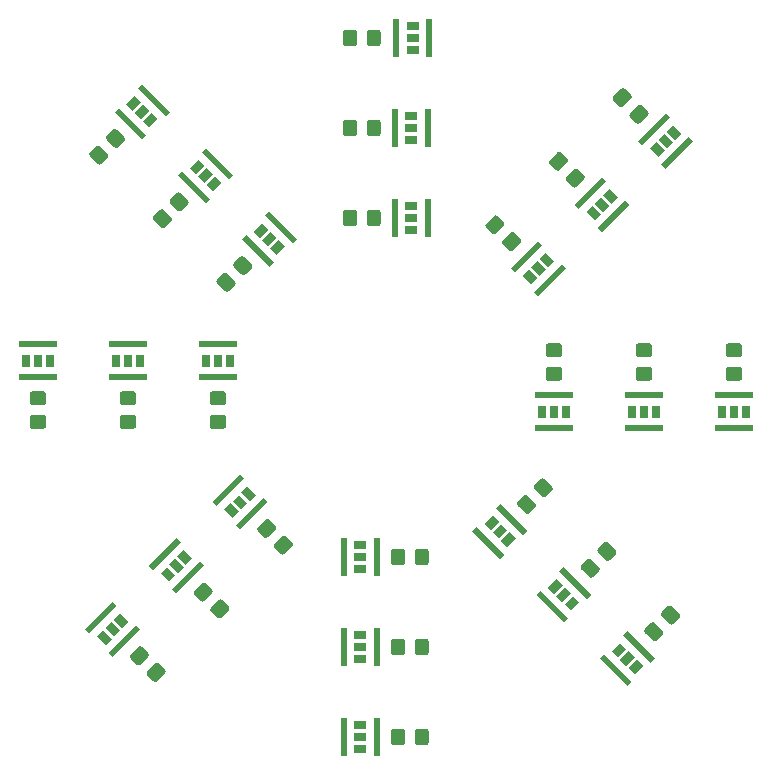
<source format=gbr>
%TF.GenerationSoftware,KiCad,Pcbnew,(5.1.9)-1*%
%TF.CreationDate,2025-04-10T23:46:23-06:00*%
%TF.ProjectId,LEDS,4c454453-2e6b-4696-9361-645f70636258,rev?*%
%TF.SameCoordinates,Original*%
%TF.FileFunction,Paste,Top*%
%TF.FilePolarity,Positive*%
%FSLAX46Y46*%
G04 Gerber Fmt 4.6, Leading zero omitted, Abs format (unit mm)*
G04 Created by KiCad (PCBNEW (5.1.9)-1) date 2025-04-10 23:46:23*
%MOMM*%
%LPD*%
G01*
G04 APERTURE LIST*
%ADD10R,3.300000X0.500000*%
%ADD11R,0.750000X1.010000*%
%ADD12C,0.100000*%
%ADD13R,1.010000X0.750000*%
%ADD14R,0.500000X3.300000*%
G04 APERTURE END LIST*
D10*
%TO.C,D9*%
X172974000Y-111249000D03*
X172974000Y-114049000D03*
D11*
X173974000Y-112649000D03*
X171974000Y-112649000D03*
X172974000Y-112649000D03*
%TD*%
D12*
%TO.C,D10*%
G36*
X168316188Y-123398575D02*
G01*
X167785858Y-122868245D01*
X168500036Y-122154067D01*
X169030366Y-122684397D01*
X168316188Y-123398575D01*
G37*
G36*
X167609081Y-122691468D02*
G01*
X167078751Y-122161138D01*
X167792929Y-121446960D01*
X168323259Y-121977290D01*
X167609081Y-122691468D01*
G37*
G36*
X169023295Y-124105682D02*
G01*
X168492965Y-123575352D01*
X169207143Y-122861174D01*
X169737473Y-123391504D01*
X169023295Y-124105682D01*
G37*
G36*
X168408112Y-125109773D02*
G01*
X166074660Y-122776321D01*
X166428214Y-122422767D01*
X168761666Y-124756219D01*
X168408112Y-125109773D01*
G37*
G36*
X170388010Y-123129875D02*
G01*
X168054558Y-120796423D01*
X168408112Y-120442869D01*
X170741564Y-122776321D01*
X170388010Y-123129875D01*
G37*
%TD*%
D13*
%TO.C,D11*%
X156591000Y-124968000D03*
X156591000Y-123968000D03*
X156591000Y-125968000D03*
D14*
X155191000Y-124968000D03*
X157991000Y-124968000D03*
%TD*%
D12*
%TO.C,D12*%
G36*
X145785129Y-120203391D02*
G01*
X146315459Y-119673061D01*
X147029637Y-120387239D01*
X146499307Y-120917569D01*
X145785129Y-120203391D01*
G37*
G36*
X146492236Y-119496284D02*
G01*
X147022566Y-118965954D01*
X147736744Y-119680132D01*
X147206414Y-120210462D01*
X146492236Y-119496284D01*
G37*
G36*
X145078022Y-120910498D02*
G01*
X145608352Y-120380168D01*
X146322530Y-121094346D01*
X145792200Y-121624676D01*
X145078022Y-120910498D01*
G37*
G36*
X144073931Y-120295315D02*
G01*
X146407383Y-117961863D01*
X146760937Y-118315417D01*
X144427485Y-120648869D01*
X144073931Y-120295315D01*
G37*
G36*
X146053829Y-122275213D02*
G01*
X148387281Y-119941761D01*
X148740835Y-120295315D01*
X146407383Y-122628767D01*
X146053829Y-122275213D01*
G37*
%TD*%
D10*
%TO.C,D13*%
X144526000Y-109731000D03*
X144526000Y-106931000D03*
D11*
X143526000Y-108331000D03*
X145526000Y-108331000D03*
X144526000Y-108331000D03*
%TD*%
D12*
%TO.C,D14*%
G36*
X146908930Y-97685972D02*
G01*
X149242382Y-100019424D01*
X148888828Y-100372978D01*
X146555376Y-98039526D01*
X146908930Y-97685972D01*
G37*
G36*
X148888828Y-95706074D02*
G01*
X151222280Y-98039526D01*
X150868726Y-98393080D01*
X148535274Y-96059628D01*
X148888828Y-95706074D01*
G37*
G36*
X148273645Y-96710165D02*
G01*
X148803975Y-97240495D01*
X148089797Y-97954673D01*
X147559467Y-97424343D01*
X148273645Y-96710165D01*
G37*
G36*
X149687859Y-98124379D02*
G01*
X150218189Y-98654709D01*
X149504011Y-99368887D01*
X148973681Y-98838557D01*
X149687859Y-98124379D01*
G37*
G36*
X148980752Y-97417272D02*
G01*
X149511082Y-97947602D01*
X148796904Y-98661780D01*
X148266574Y-98131450D01*
X148980752Y-97417272D01*
G37*
%TD*%
D14*
%TO.C,D15*%
X159509000Y-96266000D03*
X162309000Y-96266000D03*
D13*
X160909000Y-95266000D03*
X160909000Y-97266000D03*
X160909000Y-96266000D03*
%TD*%
D12*
%TO.C,D16*%
G36*
X172275932Y-100612455D02*
G01*
X171745602Y-101142785D01*
X171031424Y-100428607D01*
X171561754Y-99898277D01*
X172275932Y-100612455D01*
G37*
G36*
X171568825Y-101319562D02*
G01*
X171038495Y-101849892D01*
X170324317Y-101135714D01*
X170854647Y-100605384D01*
X171568825Y-101319562D01*
G37*
G36*
X172983039Y-99905348D02*
G01*
X172452709Y-100435678D01*
X171738531Y-99721500D01*
X172268861Y-99191170D01*
X172983039Y-99905348D01*
G37*
G36*
X173987130Y-100520531D02*
G01*
X171653678Y-102853983D01*
X171300124Y-102500429D01*
X173633576Y-100166977D01*
X173987130Y-100520531D01*
G37*
G36*
X172007232Y-98540633D02*
G01*
X169673780Y-100874085D01*
X169320226Y-100520531D01*
X171653678Y-98187079D01*
X172007232Y-98540633D01*
G37*
%TD*%
D11*
%TO.C,D25*%
X180594000Y-112649000D03*
X179594000Y-112649000D03*
X181594000Y-112649000D03*
D10*
X180594000Y-114049000D03*
X180594000Y-111249000D03*
%TD*%
D12*
%TO.C,D26*%
G36*
X175776163Y-128518029D02*
G01*
X173442711Y-126184577D01*
X173796265Y-125831023D01*
X176129717Y-128164475D01*
X175776163Y-128518029D01*
G37*
G36*
X173796265Y-130497927D02*
G01*
X171462813Y-128164475D01*
X171816367Y-127810921D01*
X174149819Y-130144373D01*
X173796265Y-130497927D01*
G37*
G36*
X174411448Y-129493836D02*
G01*
X173881118Y-128963506D01*
X174595296Y-128249328D01*
X175125626Y-128779658D01*
X174411448Y-129493836D01*
G37*
G36*
X172997234Y-128079622D02*
G01*
X172466904Y-127549292D01*
X173181082Y-126835114D01*
X173711412Y-127365444D01*
X172997234Y-128079622D01*
G37*
G36*
X173704341Y-128786729D02*
G01*
X173174011Y-128256399D01*
X173888189Y-127542221D01*
X174418519Y-128072551D01*
X173704341Y-128786729D01*
G37*
%TD*%
D14*
%TO.C,D27*%
X157991000Y-132588000D03*
X155191000Y-132588000D03*
D13*
X156591000Y-133588000D03*
X156591000Y-131588000D03*
X156591000Y-132588000D03*
%TD*%
D12*
%TO.C,D28*%
G36*
X140396975Y-125591545D02*
G01*
X140927305Y-125061215D01*
X141641483Y-125775393D01*
X141111153Y-126305723D01*
X140396975Y-125591545D01*
G37*
G36*
X141104082Y-124884438D02*
G01*
X141634412Y-124354108D01*
X142348590Y-125068286D01*
X141818260Y-125598616D01*
X141104082Y-124884438D01*
G37*
G36*
X139689868Y-126298652D02*
G01*
X140220198Y-125768322D01*
X140934376Y-126482500D01*
X140404046Y-127012830D01*
X139689868Y-126298652D01*
G37*
G36*
X138685777Y-125683469D02*
G01*
X141019229Y-123350017D01*
X141372783Y-123703571D01*
X139039331Y-126037023D01*
X138685777Y-125683469D01*
G37*
G36*
X140665675Y-127663367D02*
G01*
X142999127Y-125329915D01*
X143352681Y-125683469D01*
X141019229Y-128016921D01*
X140665675Y-127663367D01*
G37*
%TD*%
D10*
%TO.C,D29*%
X136906000Y-109731000D03*
X136906000Y-106931000D03*
D11*
X135906000Y-108331000D03*
X137906000Y-108331000D03*
X136906000Y-108331000D03*
%TD*%
D12*
%TO.C,D30*%
G36*
X141520776Y-92297818D02*
G01*
X143854228Y-94631270D01*
X143500674Y-94984824D01*
X141167222Y-92651372D01*
X141520776Y-92297818D01*
G37*
G36*
X143500674Y-90317920D02*
G01*
X145834126Y-92651372D01*
X145480572Y-93004926D01*
X143147120Y-90671474D01*
X143500674Y-90317920D01*
G37*
G36*
X142885491Y-91322011D02*
G01*
X143415821Y-91852341D01*
X142701643Y-92566519D01*
X142171313Y-92036189D01*
X142885491Y-91322011D01*
G37*
G36*
X144299705Y-92736225D02*
G01*
X144830035Y-93266555D01*
X144115857Y-93980733D01*
X143585527Y-93450403D01*
X144299705Y-92736225D01*
G37*
G36*
X143592598Y-92029118D02*
G01*
X144122928Y-92559448D01*
X143408750Y-93273626D01*
X142878420Y-92743296D01*
X143592598Y-92029118D01*
G37*
%TD*%
D13*
%TO.C,D31*%
X160909000Y-88646000D03*
X160909000Y-89646000D03*
X160909000Y-87646000D03*
D14*
X162309000Y-88646000D03*
X159509000Y-88646000D03*
%TD*%
D12*
%TO.C,D32*%
G36*
X177395386Y-93152480D02*
G01*
X175061934Y-95485932D01*
X174708380Y-95132378D01*
X177041832Y-92798926D01*
X177395386Y-93152480D01*
G37*
G36*
X179375284Y-95132378D02*
G01*
X177041832Y-97465830D01*
X176688278Y-97112276D01*
X179021730Y-94778824D01*
X179375284Y-95132378D01*
G37*
G36*
X178371193Y-94517195D02*
G01*
X177840863Y-95047525D01*
X177126685Y-94333347D01*
X177657015Y-93803017D01*
X178371193Y-94517195D01*
G37*
G36*
X176956979Y-95931409D02*
G01*
X176426649Y-96461739D01*
X175712471Y-95747561D01*
X176242801Y-95217231D01*
X176956979Y-95931409D01*
G37*
G36*
X177664086Y-95224302D02*
G01*
X177133756Y-95754632D01*
X176419578Y-95040454D01*
X176949908Y-94510124D01*
X177664086Y-95224302D01*
G37*
%TD*%
D11*
%TO.C,D41*%
X188214000Y-112649000D03*
X187214000Y-112649000D03*
X189214000Y-112649000D03*
D10*
X188214000Y-114049000D03*
X188214000Y-111249000D03*
%TD*%
D12*
%TO.C,D42*%
G36*
X181166438Y-133904061D02*
G01*
X178832986Y-131570609D01*
X179186540Y-131217055D01*
X181519992Y-133550507D01*
X181166438Y-133904061D01*
G37*
G36*
X179186540Y-135883959D02*
G01*
X176853088Y-133550507D01*
X177206642Y-133196953D01*
X179540094Y-135530405D01*
X179186540Y-135883959D01*
G37*
G36*
X179801723Y-134879868D02*
G01*
X179271393Y-134349538D01*
X179985571Y-133635360D01*
X180515901Y-134165690D01*
X179801723Y-134879868D01*
G37*
G36*
X178387509Y-133465654D02*
G01*
X177857179Y-132935324D01*
X178571357Y-132221146D01*
X179101687Y-132751476D01*
X178387509Y-133465654D01*
G37*
G36*
X179094616Y-134172761D02*
G01*
X178564286Y-133642431D01*
X179278464Y-132928253D01*
X179808794Y-133458583D01*
X179094616Y-134172761D01*
G37*
%TD*%
D13*
%TO.C,D43*%
X156594000Y-140208000D03*
X156594000Y-139208000D03*
X156594000Y-141208000D03*
D14*
X155194000Y-140208000D03*
X157994000Y-140208000D03*
%TD*%
D12*
%TO.C,D44*%
G36*
X135006700Y-130977577D02*
G01*
X135537030Y-130447247D01*
X136251208Y-131161425D01*
X135720878Y-131691755D01*
X135006700Y-130977577D01*
G37*
G36*
X135713807Y-130270470D02*
G01*
X136244137Y-129740140D01*
X136958315Y-130454318D01*
X136427985Y-130984648D01*
X135713807Y-130270470D01*
G37*
G36*
X134299593Y-131684684D02*
G01*
X134829923Y-131154354D01*
X135544101Y-131868532D01*
X135013771Y-132398862D01*
X134299593Y-131684684D01*
G37*
G36*
X133295502Y-131069501D02*
G01*
X135628954Y-128736049D01*
X135982508Y-129089603D01*
X133649056Y-131423055D01*
X133295502Y-131069501D01*
G37*
G36*
X135275400Y-133049399D02*
G01*
X137608852Y-130715947D01*
X137962406Y-131069501D01*
X135628954Y-133402953D01*
X135275400Y-133049399D01*
G37*
%TD*%
D11*
%TO.C,D45*%
X129286000Y-108328000D03*
X130286000Y-108328000D03*
X128286000Y-108328000D03*
D10*
X129286000Y-106928000D03*
X129286000Y-109728000D03*
%TD*%
D12*
%TO.C,D46*%
G36*
X136134744Y-86907543D02*
G01*
X138468196Y-89240995D01*
X138114642Y-89594549D01*
X135781190Y-87261097D01*
X136134744Y-86907543D01*
G37*
G36*
X138114642Y-84927645D02*
G01*
X140448094Y-87261097D01*
X140094540Y-87614651D01*
X137761088Y-85281199D01*
X138114642Y-84927645D01*
G37*
G36*
X137499459Y-85931736D02*
G01*
X138029789Y-86462066D01*
X137315611Y-87176244D01*
X136785281Y-86645914D01*
X137499459Y-85931736D01*
G37*
G36*
X138913673Y-87345950D02*
G01*
X139444003Y-87876280D01*
X138729825Y-88590458D01*
X138199495Y-88060128D01*
X138913673Y-87345950D01*
G37*
G36*
X138206566Y-86638843D02*
G01*
X138736896Y-87169173D01*
X138022718Y-87883351D01*
X137492388Y-87353021D01*
X138206566Y-86638843D01*
G37*
%TD*%
D13*
%TO.C,D47*%
X161036000Y-81026000D03*
X161036000Y-82026000D03*
X161036000Y-80026000D03*
D14*
X162436000Y-81026000D03*
X159636000Y-81026000D03*
%TD*%
D12*
%TO.C,D48*%
G36*
X182783539Y-87764326D02*
G01*
X180450087Y-90097778D01*
X180096533Y-89744224D01*
X182429985Y-87410772D01*
X182783539Y-87764326D01*
G37*
G36*
X184763437Y-89744224D02*
G01*
X182429985Y-92077676D01*
X182076431Y-91724122D01*
X184409883Y-89390670D01*
X184763437Y-89744224D01*
G37*
G36*
X183759346Y-89129041D02*
G01*
X183229016Y-89659371D01*
X182514838Y-88945193D01*
X183045168Y-88414863D01*
X183759346Y-89129041D01*
G37*
G36*
X182345132Y-90543255D02*
G01*
X181814802Y-91073585D01*
X181100624Y-90359407D01*
X181630954Y-89829077D01*
X182345132Y-90543255D01*
G37*
G36*
X183052239Y-89836148D02*
G01*
X182521909Y-90366478D01*
X181807731Y-89652300D01*
X182338061Y-89121970D01*
X183052239Y-89836148D01*
G37*
%TD*%
%TO.C,R1*%
G36*
G01*
X172523999Y-108858000D02*
X173424001Y-108858000D01*
G75*
G02*
X173674000Y-109107999I0J-249999D01*
G01*
X173674000Y-109808001D01*
G75*
G02*
X173424001Y-110058000I-249999J0D01*
G01*
X172523999Y-110058000D01*
G75*
G02*
X172274000Y-109808001I0J249999D01*
G01*
X172274000Y-109107999D01*
G75*
G02*
X172523999Y-108858000I249999J0D01*
G01*
G37*
G36*
G01*
X172523999Y-106858000D02*
X173424001Y-106858000D01*
G75*
G02*
X173674000Y-107107999I0J-249999D01*
G01*
X173674000Y-107808001D01*
G75*
G02*
X173424001Y-108058000I-249999J0D01*
G01*
X172523999Y-108058000D01*
G75*
G02*
X172274000Y-107808001I0J249999D01*
G01*
X172274000Y-107107999D01*
G75*
G02*
X172523999Y-106858000I249999J0D01*
G01*
G37*
%TD*%
%TO.C,R2*%
G36*
G01*
X172184768Y-118363267D02*
X172821166Y-118999665D01*
G75*
G02*
X172821166Y-119353217I-176776J-176776D01*
G01*
X172326190Y-119848193D01*
G75*
G02*
X171972638Y-119848193I-176776J176776D01*
G01*
X171336240Y-119211795D01*
G75*
G02*
X171336240Y-118858243I176776J176776D01*
G01*
X171831216Y-118363267D01*
G75*
G02*
X172184768Y-118363267I176776J-176776D01*
G01*
G37*
G36*
G01*
X170770554Y-119777481D02*
X171406952Y-120413879D01*
G75*
G02*
X171406952Y-120767431I-176776J-176776D01*
G01*
X170911976Y-121262407D01*
G75*
G02*
X170558424Y-121262407I-176776J176776D01*
G01*
X169922026Y-120626009D01*
G75*
G02*
X169922026Y-120272457I176776J176776D01*
G01*
X170417002Y-119777481D01*
G75*
G02*
X170770554Y-119777481I176776J-176776D01*
G01*
G37*
%TD*%
%TO.C,R3*%
G36*
G01*
X160382000Y-124517999D02*
X160382000Y-125418001D01*
G75*
G02*
X160132001Y-125668000I-249999J0D01*
G01*
X159431999Y-125668000D01*
G75*
G02*
X159182000Y-125418001I0J249999D01*
G01*
X159182000Y-124517999D01*
G75*
G02*
X159431999Y-124268000I249999J0D01*
G01*
X160132001Y-124268000D01*
G75*
G02*
X160382000Y-124517999I0J-249999D01*
G01*
G37*
G36*
G01*
X162382000Y-124517999D02*
X162382000Y-125418001D01*
G75*
G02*
X162132001Y-125668000I-249999J0D01*
G01*
X161431999Y-125668000D01*
G75*
G02*
X161182000Y-125418001I0J249999D01*
G01*
X161182000Y-124517999D01*
G75*
G02*
X161431999Y-124268000I249999J0D01*
G01*
X162132001Y-124268000D01*
G75*
G02*
X162382000Y-124517999I0J-249999D01*
G01*
G37*
%TD*%
%TO.C,R4*%
G36*
G01*
X149406223Y-122657758D02*
X148769825Y-123294156D01*
G75*
G02*
X148416273Y-123294156I-176776J176776D01*
G01*
X147921297Y-122799180D01*
G75*
G02*
X147921297Y-122445628I176776J176776D01*
G01*
X148557695Y-121809230D01*
G75*
G02*
X148911247Y-121809230I176776J-176776D01*
G01*
X149406223Y-122304206D01*
G75*
G02*
X149406223Y-122657758I-176776J-176776D01*
G01*
G37*
G36*
G01*
X150820437Y-124071972D02*
X150184039Y-124708370D01*
G75*
G02*
X149830487Y-124708370I-176776J176776D01*
G01*
X149335511Y-124213394D01*
G75*
G02*
X149335511Y-123859842I176776J176776D01*
G01*
X149971909Y-123223444D01*
G75*
G02*
X150325461Y-123223444I176776J-176776D01*
G01*
X150820437Y-123718420D01*
G75*
G02*
X150820437Y-124071972I-176776J-176776D01*
G01*
G37*
%TD*%
%TO.C,R5*%
G36*
G01*
X144976001Y-114122000D02*
X144075999Y-114122000D01*
G75*
G02*
X143826000Y-113872001I0J249999D01*
G01*
X143826000Y-113171999D01*
G75*
G02*
X144075999Y-112922000I249999J0D01*
G01*
X144976001Y-112922000D01*
G75*
G02*
X145226000Y-113171999I0J-249999D01*
G01*
X145226000Y-113872001D01*
G75*
G02*
X144976001Y-114122000I-249999J0D01*
G01*
G37*
G36*
G01*
X144976001Y-112122000D02*
X144075999Y-112122000D01*
G75*
G02*
X143826000Y-111872001I0J249999D01*
G01*
X143826000Y-111171999D01*
G75*
G02*
X144075999Y-110922000I249999J0D01*
G01*
X144976001Y-110922000D01*
G75*
G02*
X145226000Y-111171999I0J-249999D01*
G01*
X145226000Y-111872001D01*
G75*
G02*
X144976001Y-112122000I-249999J0D01*
G01*
G37*
%TD*%
%TO.C,R6*%
G36*
G01*
X146526385Y-101038366D02*
X145889987Y-100401968D01*
G75*
G02*
X145889987Y-100048416I176776J176776D01*
G01*
X146384963Y-99553440D01*
G75*
G02*
X146738515Y-99553440I176776J-176776D01*
G01*
X147374913Y-100189838D01*
G75*
G02*
X147374913Y-100543390I-176776J-176776D01*
G01*
X146879937Y-101038366D01*
G75*
G02*
X146526385Y-101038366I-176776J176776D01*
G01*
G37*
G36*
G01*
X145112171Y-102452580D02*
X144475773Y-101816182D01*
G75*
G02*
X144475773Y-101462630I176776J176776D01*
G01*
X144970749Y-100967654D01*
G75*
G02*
X145324301Y-100967654I176776J-176776D01*
G01*
X145960699Y-101604052D01*
G75*
G02*
X145960699Y-101957604I-176776J-176776D01*
G01*
X145465723Y-102452580D01*
G75*
G02*
X145112171Y-102452580I-176776J176776D01*
G01*
G37*
%TD*%
%TO.C,R7*%
G36*
G01*
X155118000Y-96716001D02*
X155118000Y-95815999D01*
G75*
G02*
X155367999Y-95566000I249999J0D01*
G01*
X156068001Y-95566000D01*
G75*
G02*
X156318000Y-95815999I0J-249999D01*
G01*
X156318000Y-96716001D01*
G75*
G02*
X156068001Y-96966000I-249999J0D01*
G01*
X155367999Y-96966000D01*
G75*
G02*
X155118000Y-96716001I0J249999D01*
G01*
G37*
G36*
G01*
X157118000Y-96716001D02*
X157118000Y-95815999D01*
G75*
G02*
X157367999Y-95566000I249999J0D01*
G01*
X158068001Y-95566000D01*
G75*
G02*
X158318000Y-95815999I0J-249999D01*
G01*
X158318000Y-96716001D01*
G75*
G02*
X158068001Y-96966000I-249999J0D01*
G01*
X157367999Y-96966000D01*
G75*
G02*
X157118000Y-96716001I0J249999D01*
G01*
G37*
%TD*%
%TO.C,R8*%
G36*
G01*
X167240624Y-96743875D02*
X167877022Y-96107477D01*
G75*
G02*
X168230574Y-96107477I176776J-176776D01*
G01*
X168725550Y-96602453D01*
G75*
G02*
X168725550Y-96956005I-176776J-176776D01*
G01*
X168089152Y-97592403D01*
G75*
G02*
X167735600Y-97592403I-176776J176776D01*
G01*
X167240624Y-97097427D01*
G75*
G02*
X167240624Y-96743875I176776J176776D01*
G01*
G37*
G36*
G01*
X168654838Y-98158089D02*
X169291236Y-97521691D01*
G75*
G02*
X169644788Y-97521691I176776J-176776D01*
G01*
X170139764Y-98016667D01*
G75*
G02*
X170139764Y-98370219I-176776J-176776D01*
G01*
X169503366Y-99006617D01*
G75*
G02*
X169149814Y-99006617I-176776J176776D01*
G01*
X168654838Y-98511641D01*
G75*
G02*
X168654838Y-98158089I176776J176776D01*
G01*
G37*
%TD*%
%TO.C,R9*%
G36*
G01*
X180143999Y-108858000D02*
X181044001Y-108858000D01*
G75*
G02*
X181294000Y-109107999I0J-249999D01*
G01*
X181294000Y-109808001D01*
G75*
G02*
X181044001Y-110058000I-249999J0D01*
G01*
X180143999Y-110058000D01*
G75*
G02*
X179894000Y-109808001I0J249999D01*
G01*
X179894000Y-109107999D01*
G75*
G02*
X180143999Y-108858000I249999J0D01*
G01*
G37*
G36*
G01*
X180143999Y-106858000D02*
X181044001Y-106858000D01*
G75*
G02*
X181294000Y-107107999I0J-249999D01*
G01*
X181294000Y-107808001D01*
G75*
G02*
X181044001Y-108058000I-249999J0D01*
G01*
X180143999Y-108058000D01*
G75*
G02*
X179894000Y-107808001I0J249999D01*
G01*
X179894000Y-107107999D01*
G75*
G02*
X180143999Y-106858000I249999J0D01*
G01*
G37*
%TD*%
%TO.C,R10*%
G36*
G01*
X176158708Y-125165634D02*
X176795106Y-125802032D01*
G75*
G02*
X176795106Y-126155584I-176776J-176776D01*
G01*
X176300130Y-126650560D01*
G75*
G02*
X175946578Y-126650560I-176776J176776D01*
G01*
X175310180Y-126014162D01*
G75*
G02*
X175310180Y-125660610I176776J176776D01*
G01*
X175805156Y-125165634D01*
G75*
G02*
X176158708Y-125165634I176776J-176776D01*
G01*
G37*
G36*
G01*
X177572922Y-123751420D02*
X178209320Y-124387818D01*
G75*
G02*
X178209320Y-124741370I-176776J-176776D01*
G01*
X177714344Y-125236346D01*
G75*
G02*
X177360792Y-125236346I-176776J176776D01*
G01*
X176724394Y-124599948D01*
G75*
G02*
X176724394Y-124246396I176776J176776D01*
G01*
X177219370Y-123751420D01*
G75*
G02*
X177572922Y-123751420I176776J-176776D01*
G01*
G37*
%TD*%
%TO.C,R11*%
G36*
G01*
X160382000Y-132137999D02*
X160382000Y-133038001D01*
G75*
G02*
X160132001Y-133288000I-249999J0D01*
G01*
X159431999Y-133288000D01*
G75*
G02*
X159182000Y-133038001I0J249999D01*
G01*
X159182000Y-132137999D01*
G75*
G02*
X159431999Y-131888000I249999J0D01*
G01*
X160132001Y-131888000D01*
G75*
G02*
X160382000Y-132137999I0J-249999D01*
G01*
G37*
G36*
G01*
X162382000Y-132137999D02*
X162382000Y-133038001D01*
G75*
G02*
X162132001Y-133288000I-249999J0D01*
G01*
X161431999Y-133288000D01*
G75*
G02*
X161182000Y-133038001I0J249999D01*
G01*
X161182000Y-132137999D01*
G75*
G02*
X161431999Y-131888000I249999J0D01*
G01*
X162132001Y-131888000D01*
G75*
G02*
X162382000Y-132137999I0J-249999D01*
G01*
G37*
%TD*%
%TO.C,R12*%
G36*
G01*
X145432283Y-129460125D02*
X144795885Y-130096523D01*
G75*
G02*
X144442333Y-130096523I-176776J176776D01*
G01*
X143947357Y-129601547D01*
G75*
G02*
X143947357Y-129247995I176776J176776D01*
G01*
X144583755Y-128611597D01*
G75*
G02*
X144937307Y-128611597I176776J-176776D01*
G01*
X145432283Y-129106573D01*
G75*
G02*
X145432283Y-129460125I-176776J-176776D01*
G01*
G37*
G36*
G01*
X144018069Y-128045911D02*
X143381671Y-128682309D01*
G75*
G02*
X143028119Y-128682309I-176776J176776D01*
G01*
X142533143Y-128187333D01*
G75*
G02*
X142533143Y-127833781I176776J176776D01*
G01*
X143169541Y-127197383D01*
G75*
G02*
X143523093Y-127197383I176776J-176776D01*
G01*
X144018069Y-127692359D01*
G75*
G02*
X144018069Y-128045911I-176776J-176776D01*
G01*
G37*
%TD*%
%TO.C,R13*%
G36*
G01*
X137356001Y-112122000D02*
X136455999Y-112122000D01*
G75*
G02*
X136206000Y-111872001I0J249999D01*
G01*
X136206000Y-111171999D01*
G75*
G02*
X136455999Y-110922000I249999J0D01*
G01*
X137356001Y-110922000D01*
G75*
G02*
X137606000Y-111171999I0J-249999D01*
G01*
X137606000Y-111872001D01*
G75*
G02*
X137356001Y-112122000I-249999J0D01*
G01*
G37*
G36*
G01*
X137356001Y-114122000D02*
X136455999Y-114122000D01*
G75*
G02*
X136206000Y-113872001I0J249999D01*
G01*
X136206000Y-113171999D01*
G75*
G02*
X136455999Y-112922000I249999J0D01*
G01*
X137356001Y-112922000D01*
G75*
G02*
X137606000Y-113171999I0J-249999D01*
G01*
X137606000Y-113872001D01*
G75*
G02*
X137356001Y-114122000I-249999J0D01*
G01*
G37*
%TD*%
%TO.C,R14*%
G36*
G01*
X139724018Y-97064426D02*
X139087620Y-96428028D01*
G75*
G02*
X139087620Y-96074476I176776J176776D01*
G01*
X139582596Y-95579500D01*
G75*
G02*
X139936148Y-95579500I176776J-176776D01*
G01*
X140572546Y-96215898D01*
G75*
G02*
X140572546Y-96569450I-176776J-176776D01*
G01*
X140077570Y-97064426D01*
G75*
G02*
X139724018Y-97064426I-176776J176776D01*
G01*
G37*
G36*
G01*
X141138232Y-95650212D02*
X140501834Y-95013814D01*
G75*
G02*
X140501834Y-94660262I176776J176776D01*
G01*
X140996810Y-94165286D01*
G75*
G02*
X141350362Y-94165286I176776J-176776D01*
G01*
X141986760Y-94801684D01*
G75*
G02*
X141986760Y-95155236I-176776J-176776D01*
G01*
X141491784Y-95650212D01*
G75*
G02*
X141138232Y-95650212I-176776J176776D01*
G01*
G37*
%TD*%
%TO.C,R15*%
G36*
G01*
X155118000Y-89096001D02*
X155118000Y-88195999D01*
G75*
G02*
X155367999Y-87946000I249999J0D01*
G01*
X156068001Y-87946000D01*
G75*
G02*
X156318000Y-88195999I0J-249999D01*
G01*
X156318000Y-89096001D01*
G75*
G02*
X156068001Y-89346000I-249999J0D01*
G01*
X155367999Y-89346000D01*
G75*
G02*
X155118000Y-89096001I0J249999D01*
G01*
G37*
G36*
G01*
X157118000Y-89096001D02*
X157118000Y-88195999D01*
G75*
G02*
X157367999Y-87946000I249999J0D01*
G01*
X158068001Y-87946000D01*
G75*
G02*
X158318000Y-88195999I0J-249999D01*
G01*
X158318000Y-89096001D01*
G75*
G02*
X158068001Y-89346000I-249999J0D01*
G01*
X157367999Y-89346000D01*
G75*
G02*
X157118000Y-89096001I0J249999D01*
G01*
G37*
%TD*%
%TO.C,R16*%
G36*
G01*
X174042991Y-92769935D02*
X174679389Y-92133537D01*
G75*
G02*
X175032941Y-92133537I176776J-176776D01*
G01*
X175527917Y-92628513D01*
G75*
G02*
X175527917Y-92982065I-176776J-176776D01*
G01*
X174891519Y-93618463D01*
G75*
G02*
X174537967Y-93618463I-176776J176776D01*
G01*
X174042991Y-93123487D01*
G75*
G02*
X174042991Y-92769935I176776J176776D01*
G01*
G37*
G36*
G01*
X172628777Y-91355721D02*
X173265175Y-90719323D01*
G75*
G02*
X173618727Y-90719323I176776J-176776D01*
G01*
X174113703Y-91214299D01*
G75*
G02*
X174113703Y-91567851I-176776J-176776D01*
G01*
X173477305Y-92204249D01*
G75*
G02*
X173123753Y-92204249I-176776J176776D01*
G01*
X172628777Y-91709273D01*
G75*
G02*
X172628777Y-91355721I176776J176776D01*
G01*
G37*
%TD*%
%TO.C,R17*%
G36*
G01*
X187763999Y-108858000D02*
X188664001Y-108858000D01*
G75*
G02*
X188914000Y-109107999I0J-249999D01*
G01*
X188914000Y-109808001D01*
G75*
G02*
X188664001Y-110058000I-249999J0D01*
G01*
X187763999Y-110058000D01*
G75*
G02*
X187514000Y-109808001I0J249999D01*
G01*
X187514000Y-109107999D01*
G75*
G02*
X187763999Y-108858000I249999J0D01*
G01*
G37*
G36*
G01*
X187763999Y-106858000D02*
X188664001Y-106858000D01*
G75*
G02*
X188914000Y-107107999I0J-249999D01*
G01*
X188914000Y-107808001D01*
G75*
G02*
X188664001Y-108058000I-249999J0D01*
G01*
X187763999Y-108058000D01*
G75*
G02*
X187514000Y-107808001I0J249999D01*
G01*
X187514000Y-107107999D01*
G75*
G02*
X187763999Y-106858000I249999J0D01*
G01*
G37*
%TD*%
%TO.C,R18*%
G36*
G01*
X182961075Y-129139574D02*
X183597473Y-129775972D01*
G75*
G02*
X183597473Y-130129524I-176776J-176776D01*
G01*
X183102497Y-130624500D01*
G75*
G02*
X182748945Y-130624500I-176776J176776D01*
G01*
X182112547Y-129988102D01*
G75*
G02*
X182112547Y-129634550I176776J176776D01*
G01*
X182607523Y-129139574D01*
G75*
G02*
X182961075Y-129139574I176776J-176776D01*
G01*
G37*
G36*
G01*
X181546861Y-130553788D02*
X182183259Y-131190186D01*
G75*
G02*
X182183259Y-131543738I-176776J-176776D01*
G01*
X181688283Y-132038714D01*
G75*
G02*
X181334731Y-132038714I-176776J176776D01*
G01*
X180698333Y-131402316D01*
G75*
G02*
X180698333Y-131048764I176776J176776D01*
G01*
X181193309Y-130553788D01*
G75*
G02*
X181546861Y-130553788I176776J-176776D01*
G01*
G37*
%TD*%
%TO.C,R19*%
G36*
G01*
X160382000Y-139757999D02*
X160382000Y-140658001D01*
G75*
G02*
X160132001Y-140908000I-249999J0D01*
G01*
X159431999Y-140908000D01*
G75*
G02*
X159182000Y-140658001I0J249999D01*
G01*
X159182000Y-139757999D01*
G75*
G02*
X159431999Y-139508000I249999J0D01*
G01*
X160132001Y-139508000D01*
G75*
G02*
X160382000Y-139757999I0J-249999D01*
G01*
G37*
G36*
G01*
X162382000Y-139757999D02*
X162382000Y-140658001D01*
G75*
G02*
X162132001Y-140908000I-249999J0D01*
G01*
X161431999Y-140908000D01*
G75*
G02*
X161182000Y-140658001I0J249999D01*
G01*
X161182000Y-139757999D01*
G75*
G02*
X161431999Y-139508000I249999J0D01*
G01*
X162132001Y-139508000D01*
G75*
G02*
X162382000Y-139757999I0J-249999D01*
G01*
G37*
%TD*%
%TO.C,R20*%
G36*
G01*
X140044130Y-134848279D02*
X139407732Y-135484677D01*
G75*
G02*
X139054180Y-135484677I-176776J176776D01*
G01*
X138559204Y-134989701D01*
G75*
G02*
X138559204Y-134636149I176776J176776D01*
G01*
X139195602Y-133999751D01*
G75*
G02*
X139549154Y-133999751I176776J-176776D01*
G01*
X140044130Y-134494727D01*
G75*
G02*
X140044130Y-134848279I-176776J-176776D01*
G01*
G37*
G36*
G01*
X138629916Y-133434065D02*
X137993518Y-134070463D01*
G75*
G02*
X137639966Y-134070463I-176776J176776D01*
G01*
X137144990Y-133575487D01*
G75*
G02*
X137144990Y-133221935I176776J176776D01*
G01*
X137781388Y-132585537D01*
G75*
G02*
X138134940Y-132585537I176776J-176776D01*
G01*
X138629916Y-133080513D01*
G75*
G02*
X138629916Y-133434065I-176776J-176776D01*
G01*
G37*
%TD*%
%TO.C,R21*%
G36*
G01*
X129736001Y-114122000D02*
X128835999Y-114122000D01*
G75*
G02*
X128586000Y-113872001I0J249999D01*
G01*
X128586000Y-113171999D01*
G75*
G02*
X128835999Y-112922000I249999J0D01*
G01*
X129736001Y-112922000D01*
G75*
G02*
X129986000Y-113171999I0J-249999D01*
G01*
X129986000Y-113872001D01*
G75*
G02*
X129736001Y-114122000I-249999J0D01*
G01*
G37*
G36*
G01*
X129736001Y-112122000D02*
X128835999Y-112122000D01*
G75*
G02*
X128586000Y-111872001I0J249999D01*
G01*
X128586000Y-111171999D01*
G75*
G02*
X128835999Y-110922000I249999J0D01*
G01*
X129736001Y-110922000D01*
G75*
G02*
X129986000Y-111171999I0J-249999D01*
G01*
X129986000Y-111872001D01*
G75*
G02*
X129736001Y-112122000I-249999J0D01*
G01*
G37*
%TD*%
%TO.C,R22*%
G36*
G01*
X135750078Y-90262059D02*
X135113680Y-89625661D01*
G75*
G02*
X135113680Y-89272109I176776J176776D01*
G01*
X135608656Y-88777133D01*
G75*
G02*
X135962208Y-88777133I176776J-176776D01*
G01*
X136598606Y-89413531D01*
G75*
G02*
X136598606Y-89767083I-176776J-176776D01*
G01*
X136103630Y-90262059D01*
G75*
G02*
X135750078Y-90262059I-176776J176776D01*
G01*
G37*
G36*
G01*
X134335864Y-91676273D02*
X133699466Y-91039875D01*
G75*
G02*
X133699466Y-90686323I176776J176776D01*
G01*
X134194442Y-90191347D01*
G75*
G02*
X134547994Y-90191347I176776J-176776D01*
G01*
X135184392Y-90827745D01*
G75*
G02*
X135184392Y-91181297I-176776J-176776D01*
G01*
X134689416Y-91676273D01*
G75*
G02*
X134335864Y-91676273I-176776J176776D01*
G01*
G37*
%TD*%
%TO.C,R23*%
G36*
G01*
X155118000Y-81476001D02*
X155118000Y-80575999D01*
G75*
G02*
X155367999Y-80326000I249999J0D01*
G01*
X156068001Y-80326000D01*
G75*
G02*
X156318000Y-80575999I0J-249999D01*
G01*
X156318000Y-81476001D01*
G75*
G02*
X156068001Y-81726000I-249999J0D01*
G01*
X155367999Y-81726000D01*
G75*
G02*
X155118000Y-81476001I0J249999D01*
G01*
G37*
G36*
G01*
X157118000Y-81476001D02*
X157118000Y-80575999D01*
G75*
G02*
X157367999Y-80326000I249999J0D01*
G01*
X158068001Y-80326000D01*
G75*
G02*
X158318000Y-80575999I0J-249999D01*
G01*
X158318000Y-81476001D01*
G75*
G02*
X158068001Y-81726000I-249999J0D01*
G01*
X157367999Y-81726000D01*
G75*
G02*
X157118000Y-81476001I0J249999D01*
G01*
G37*
%TD*%
%TO.C,R24*%
G36*
G01*
X178016931Y-85967568D02*
X178653329Y-85331170D01*
G75*
G02*
X179006881Y-85331170I176776J-176776D01*
G01*
X179501857Y-85826146D01*
G75*
G02*
X179501857Y-86179698I-176776J-176776D01*
G01*
X178865459Y-86816096D01*
G75*
G02*
X178511907Y-86816096I-176776J176776D01*
G01*
X178016931Y-86321120D01*
G75*
G02*
X178016931Y-85967568I176776J176776D01*
G01*
G37*
G36*
G01*
X179431145Y-87381782D02*
X180067543Y-86745384D01*
G75*
G02*
X180421095Y-86745384I176776J-176776D01*
G01*
X180916071Y-87240360D01*
G75*
G02*
X180916071Y-87593912I-176776J-176776D01*
G01*
X180279673Y-88230310D01*
G75*
G02*
X179926121Y-88230310I-176776J176776D01*
G01*
X179431145Y-87735334D01*
G75*
G02*
X179431145Y-87381782I176776J176776D01*
G01*
G37*
%TD*%
M02*

</source>
